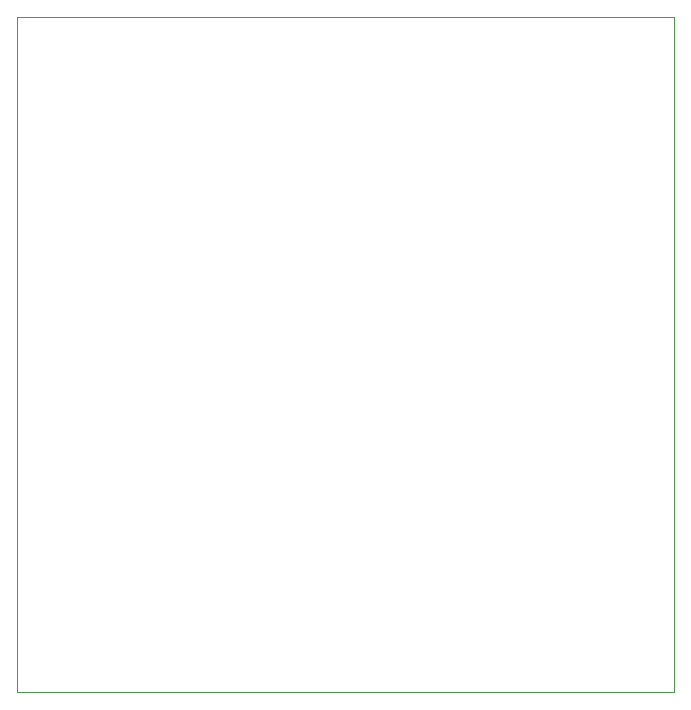
<source format=gbr>
%TF.GenerationSoftware,KiCad,Pcbnew,(6.0.0)*%
%TF.CreationDate,2024-03-29T19:30:24+00:00*%
%TF.ProjectId,Power_2Relais_TRX_PA,506f7765-725f-4325-9265-6c6169735f54,rev?*%
%TF.SameCoordinates,Original*%
%TF.FileFunction,Profile,NP*%
%FSLAX46Y46*%
G04 Gerber Fmt 4.6, Leading zero omitted, Abs format (unit mm)*
G04 Created by KiCad (PCBNEW (6.0.0)) date 2024-03-29 19:30:24*
%MOMM*%
%LPD*%
G01*
G04 APERTURE LIST*
%TA.AperFunction,Profile*%
%ADD10C,0.100000*%
%TD*%
G04 APERTURE END LIST*
D10*
X124714000Y-59182000D02*
X180340000Y-59182000D01*
X180340000Y-59182000D02*
X180340000Y-116332000D01*
X180340000Y-116332000D02*
X124714000Y-116332000D01*
X124714000Y-116332000D02*
X124714000Y-59182000D01*
M02*

</source>
